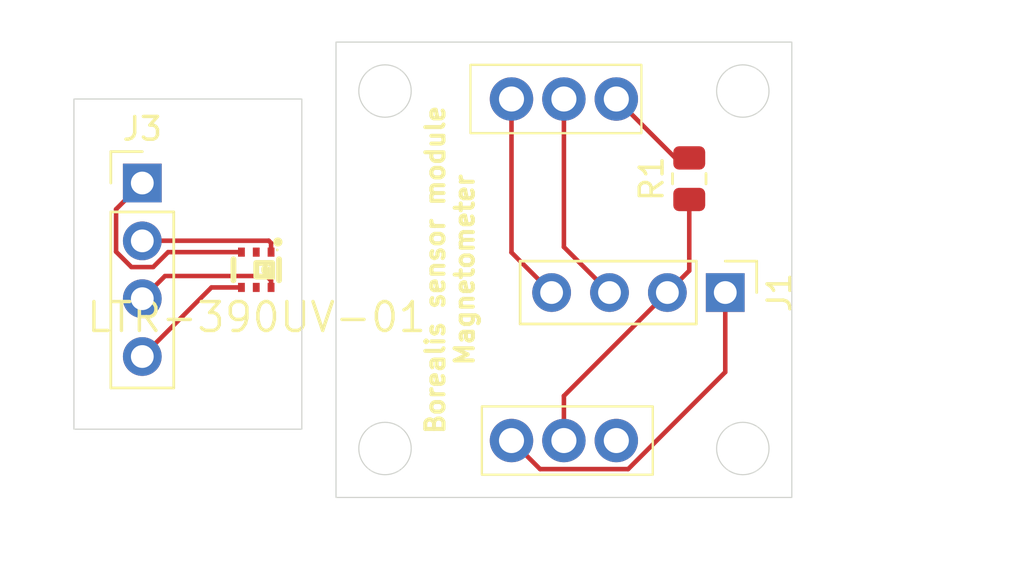
<source format=kicad_pcb>
(kicad_pcb (version 20241229) (generator "pcbnew") (generator_version "9.0")
  (layers (0 "F.Cu" signal) (2 "B.Cu" signal) (13 "F.Paste" user) (15 "B.Paste" user) (5 "F.SilkS" user "F.Silkscreen") (7 "B.SilkS" user "B.Silkscreen") (1 "F.Mask" user) (3 "B.Mask" user) (25 "Edge.Cuts" user))
  (net 0 "")
  (net 1 "+3.3V")
  (net 2 "/SDA")
  (net 4 "/SCL")
  (net 6 "GND")
  (net 7 "/ADC")
  (net 8 "+5V")
  (net 9 "/3.3v")
  (net 10 "/SDA1")
  (net 11 "/SCL1")
  (footprint "batteryholder:1x03 2.3 pitch" (layer "F.Cu") (at 123.4 85.5)
    (property "Reference" "J5" (hide yes))
    (property "Value" "Conn_01x03_Pin (power connection to main board)")
    (fp_rect (start -1.5 -1.5) (end 6 1.5) (stroke (width 0.1)) (fill no) (layer "F.SilkS"))
    (pad "1" thru_hole circle (at -0.2 0) (size 1.905 1.905) (drill 1.1) (layers "*.Cu" "*.Mask") (net 6 "GND"))
    (pad "2" thru_hole circle (at 2.1 0) (size 1.905 1.905) (drill 1.1) (layers "*.Cu" "*.Mask") (net 1 "+3.3V"))
    (pad "3" thru_hole circle (at 4.4 0) (size 1.905 1.905) (drill 1.1) (layers "*.Cu" "*.Mask") (net 8 "+5V"))
  )
  (footprint "batteryholder:1x03 2.3 pitch" (layer "F.Cu") (at 122.9 70.5)
    (property "Reference" "J2" (hide yes))
    (property "Value" "Conn_01x03_Pin (data connection to main board)")
    (fp_rect (start -1.5 -1.5) (end 6 1.5) (stroke (width 0.1)) (fill no) (layer "F.SilkS"))
    (pad "1" thru_hole circle (at 0.3 0) (size 1.905 1.905) (drill 1.1) (layers "*.Cu" "*.Mask") (net 4 "/SCL"))
    (pad "2" thru_hole circle (at 2.6 0) (size 1.905 1.905) (drill 1.1) (layers "*.Cu" "*.Mask") (net 2 "/SDA"))
    (pad "3" thru_hole circle (at 4.9 0) (size 1.905 1.905) (drill 1.1) (layers "*.Cu" "*.Mask") (net 7 "/ADC"))
  )
  (footprint "Resistor_SMD:R_0805_2012Metric" (layer "F.Cu") (at 131 74 90)
    (property "Reference" "R1" (at 0 -1.65 90) (layer "F.SilkS"))
    (property "Value" "R")
    (fp_line (start -0.227064 -0.735) (end 0.227064 -0.735) (stroke (width 0.12)) (layer "F.SilkS"))
    (fp_line (start -0.227064 0.735) (end 0.227064 0.735) (stroke (width 0.12)) (layer "F.SilkS"))
    (pad "1" smd roundrect (at -0.9125 0 90) (size 1.025 1.4) (layers "F.Cu" "F.Mask" "F.Paste") (roundrect_rratio 0.243902) (net 1 "+3.3V"))
    (pad "2" smd roundrect (at 0.9125 0 90) (size 1.025 1.4) (layers "F.Cu" "F.Mask" "F.Paste") (roundrect_rratio 0.243902) (net 7 "/ADC"))
  )
  (footprint "Connector_PinHeader_2.54mm:PinHeader_1x04_P2.54mm_Vertical" (layer "F.Cu") (at 132.58 79 -90)
    (property "Reference" "J1" (at 0 -2.38 90) (layer "F.SilkS"))
    (property "Value" "Conn_01x04_Pin")
    (fp_line (start -1.38 9) (end 1.38 9) (stroke (width 0.12)) (layer "F.SilkS"))
    (fp_line (start -1.38 1.27) (end -1.38 9) (stroke (width 0.12)) (layer "F.SilkS"))
    (fp_line (start -1.38 1.27) (end 1.38 1.27) (stroke (width 0.12)) (layer "F.SilkS"))
    (fp_line (start 1.38 1.27) (end 1.38 9) (stroke (width 0.12)) (layer "F.SilkS"))
    (fp_line (start -1.38 0) (end -1.38 -1.38) (stroke (width 0.12)) (layer "F.SilkS"))
    (fp_line (start -1.38 -1.38) (end 0 -1.38) (stroke (width 0.12)) (layer "F.SilkS"))
    (pad "1" thru_hole rect (at 0 0 270) (size 1.7 1.7) (drill 1) (layers "*.Cu" "*.Mask") (net 6 "GND"))
    (pad "2" thru_hole circle (at 0 2.54 270) (size 1.7 1.7) (drill 1) (layers "*.Cu" "*.Mask") (net 1 "+3.3V"))
    (pad "3" thru_hole circle (at 0 5.08 270) (size 1.7 1.7) (drill 1) (layers "*.Cu" "*.Mask") (net 2 "/SDA"))
    (pad "4" thru_hole circle (at 0 7.62 270) (size 1.7 1.7) (drill 1) (layers "*.Cu" "*.Mask") (net 4 "/SCL"))
  )
  (footprint "Connector_PinHeader_2.54mm:PinHeader_1x04_P2.54mm_Vertical" (layer "F.Cu") (at 107 74.19)
    (property "Reference" "J3" (at 0 -2.38 0) (layer "F.SilkS"))
    (property "Value" "Conn_01x04_Pin")
    (fp_line (start -1.38 -1.38) (end 0 -1.38) (stroke (width 0.12)) (layer "F.SilkS"))
    (fp_line (start -1.38 0) (end -1.38 -1.38) (stroke (width 0.12)) (layer "F.SilkS"))
    (fp_line (start -1.38 1.27) (end -1.38 9) (stroke (width 0.12)) (layer "F.SilkS"))
    (fp_line (start -1.38 1.27) (end 1.38 1.27) (stroke (width 0.12)) (layer "F.SilkS"))
    (fp_line (start -1.38 9) (end 1.38 9) (stroke (width 0.12)) (layer "F.SilkS"))
    (fp_line (start 1.38 1.27) (end 1.38 9) (stroke (width 0.12)) (layer "F.SilkS"))
    (pad "1" thru_hole rect (at 0 0) (size 1.7 1.7) (drill 1) (layers "*.Cu" "*.Mask") (net 6 "GND"))
    (pad "2" thru_hole circle (at 0 2.54) (size 1.7 1.7) (drill 1) (layers "*.Cu" "*.Mask") (net 9 "/3.3v"))
    (pad "3" thru_hole circle (at 0 5.08) (size 1.7 1.7) (drill 1) (layers "*.Cu" "*.Mask") (net 10 "/SDA1"))
    (pad "4" thru_hole circle (at 0 7.62) (size 1.7 1.7) (drill 1) (layers "*.Cu" "*.Mask") (net 11 "/SCL1"))
  )
  (footprint "batteryholder:SENSOR-SMD_LTR-390UV-01" (layer "F.Cu") (at 112 78 180)
    (property "Reference" "LTR-390UV-01" (at -0.01155 -2.085 0) (layer "F.SilkS") (effects (font (size 1.27 1.27))))
    (property "Value" "~")
    (fp_line (start 1 -0.4617) (end 1 0.4617) (stroke (width 0.254)) (layer "F.SilkS"))
    (fp_line (start -1 0.4617) (end -1 -0.4617) (stroke (width 0.254)) (layer "F.SilkS"))
    (fp_rect (start -0.4501 -0.05) (end -0.35 0.0501) (stroke (width 0.254)) (fill no) (layer "F.SilkS"))
    (fp_rect (start -0.7 -0.3) (end 0 0.2999) (stroke (width 0.254)) (fill no) (layer "F.SilkS"))
    (fp_circle (center -0.92 0.8699) (end -0.89 0.8699) (stroke (width 0.06)) (fill no) (layer "F.SilkS"))
    (fp_circle (center -0.95 1.22) (end -0.8499 1.22) (stroke (width 0.2)) (fill no) (layer "F.SilkS"))
    (pad "1" smd rect (at -0.65 0.775 180) (size 0.3 0.4) (layers "F.Cu" "F.Mask" "F.Paste") (net 9 "/3.3v"))
    (pad "2" smd rect (at 0 0.775 180) (size 0.3 0.4) (layers "F.Cu" "F.Mask" "F.Paste"))
    (pad "3" smd rect (at 0.65 0.775 180) (size 0.3 0.4) (layers "F.Cu" "F.Mask" "F.Paste") (net 6 "GND"))
    (pad "4" smd rect (at 0.65 -0.775 180) (size 0.3 0.4) (layers "F.Cu" "F.Mask" "F.Paste") (net 11 "/SCL1"))
    (pad "5" smd rect (at 0 -0.775 180) (size 0.3 0.4) (layers "F.Cu" "F.Mask" "F.Paste"))
    (pad "6" smd rect (at -0.65 -0.775 180) (size 0.3 0.4) (layers "F.Cu" "F.Mask" "F.Paste") (net 10 "/SDA1"))
  )
  (gr_circle (center 117.65 70.15) (end 118.8 70.15) (stroke (width 0.05)) (fill no) (layer "Edge.Cuts"))
  (gr_circle (center 133.35 85.85) (end 134.5 85.85) (stroke (width 0.05)) (fill no) (layer "Edge.Cuts"))
  (gr_circle (center 117.65 85.85) (end 118.8 85.85) (stroke (width 0.05)) (fill no) (layer "Edge.Cuts"))
  (gr_circle (center 133.35 70.15) (end 134.5 70.15) (stroke (width 0.05)) (fill no) (layer "Edge.Cuts"))
  (gr_rect (start 104 70.5) (end 114 85) (stroke (width 0.05)) (fill no) (layer "Edge.Cuts"))
  (gr_rect (start 115.5 68) (end 135.5 88) (stroke (width 0.05)) (fill no) (layer "Edge.Cuts"))
  (gr_text "Borealis sensor module\nMagnetometer" (at 120.5 78 90) (layer "F.SilkS") (effects (font (size 0.8 0.8) (thickness 0.175) (bold yes))))
  (segment (start 125.5 83.54) (end 130.04 79) (width 0.2) (layer "F.Cu") (net 1))
  (segment (start 125.5 85.5) (end 125.5 83.54) (width 0.2) (layer "F.Cu") (net 1))
  (segment (start 131 78.04) (end 131 74.9125) (width 0.2) (layer "F.Cu") (net 1))
  (segment (start 130.04 79) (end 131 78.04) (width 0.2) (layer "F.Cu") (net 1))
  (segment (start 127.5 79) (end 125.5 77) (width 0.2) (layer "F.Cu") (net 2))
  (segment (start 125.5 77) (end 125.5 70.5) (width 0.2) (layer "F.Cu") (net 2))
  (segment (start 123.2 77.24) (end 124.96 79) (width 0.2) (layer "F.Cu") (net 4))
  (segment (start 123.2 70.5) (end 123.2 77.24) (width 0.2) (layer "F.Cu") (net 4))
  (segment (start 108.13276 77.225) (end 111.35 77.225) (width 0.2) (layer "F.Cu") (net 6))
  (segment (start 107 74.19) (end 105.849 75.341) (width 0.2) (layer "F.Cu") (net 6))
  (segment (start 123.2 85.5) (end 124.4535 86.7535) (width 0.2) (layer "F.Cu") (net 6))
  (segment (start 106.52324 77.881) (end 107.47676 77.881) (width 0.2) (layer "F.Cu") (net 6))
  (segment (start 105.849 75.341) (end 105.849 77.20676) (width 0.2) (layer "F.Cu") (net 6))
  (segment (start 124.4535 86.7535) (end 128.319217 86.7535) (width 0.2) (layer "F.Cu") (net 6))
  (segment (start 132.58 82.492717) (end 132.58 79) (width 0.2) (layer "F.Cu") (net 6))
  (segment (start 128.319217 86.7535) (end 132.58 82.492717) (width 0.2) (layer "F.Cu") (net 6))
  (segment (start 105.849 77.20676) (end 106.52324 77.881) (width 0.2) (layer "F.Cu") (net 6))
  (segment (start 107.47676 77.881) (end 108.13276 77.225) (width 0.2) (layer "F.Cu") (net 6))
  (segment (start 130.3875 73.0875) (end 131 73.0875) (width 0.2) (layer "F.Cu") (net 7))
  (segment (start 127.8 70.5) (end 130.3875 73.0875) (width 0.2) (layer "F.Cu") (net 7))
  (segment (start 112.65 76.825) (end 112.549 76.724) (width 0.2) (layer "F.Cu") (net 9))
  (segment (start 112.549 76.724) (end 107.006 76.724) (width 0.2) (layer "F.Cu") (net 9))
  (segment (start 112.65 77.225) (end 112.65 76.825) (width 0.2) (layer "F.Cu") (net 9))
  (segment (start 107.006 76.724) (end 107 76.73) (width 0.2) (layer "F.Cu") (net 9))
  (segment (start 107.996 78.274) (end 112.451 78.274) (width 0.2) (layer "F.Cu") (net 10))
  (segment (start 107 79.27) (end 107.996 78.274) (width 0.2) (layer "F.Cu") (net 10))
  (segment (start 112.65 78.473) (end 112.65 78.775) (width 0.2) (layer "F.Cu") (net 10))
  (segment (start 112.451 78.274) (end 112.65 78.473) (width 0.2) (layer "F.Cu") (net 10))
  (segment (start 107 81.81) (end 110.035 78.775) (width 0.2) (layer "F.Cu") (net 11))
  (segment (start 110.035 78.775) (end 111.35 78.775) (width 0.2) (layer "F.Cu") (net 11))
)
</source>
